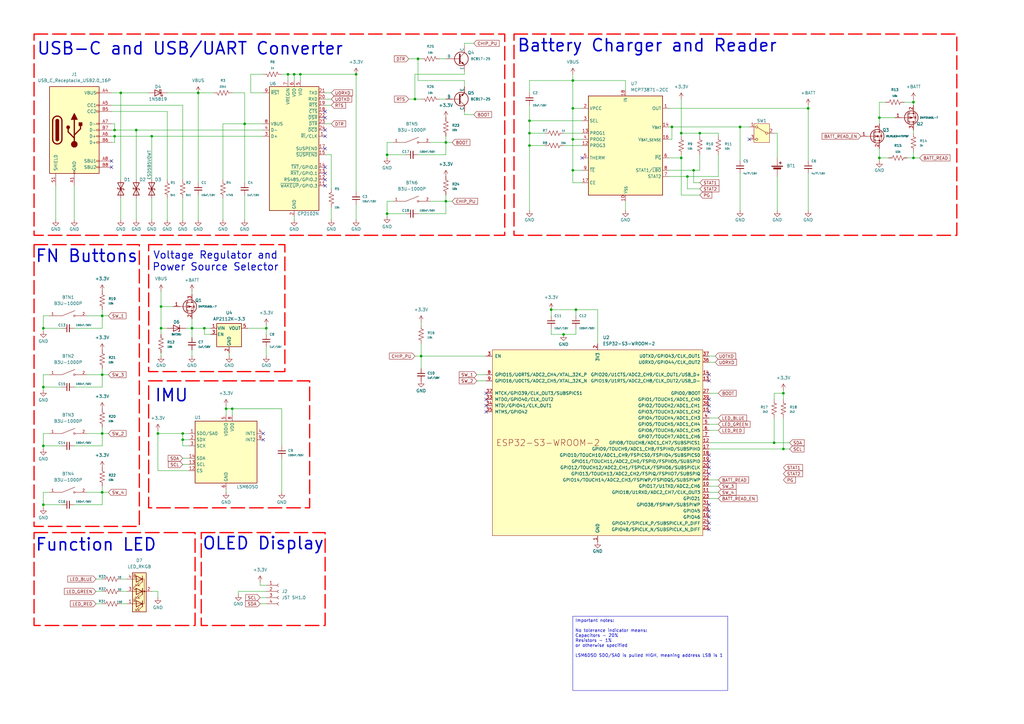
<source format=kicad_sch>
(kicad_sch (version 20250114) (generator "eeschema") (generator_version "9.0")
  (paper "A3")
  (title_block (title "IMU-RC Hand Unit V2") (date "2025-06-27") (rev "1") (company "ESTG-IPL"))
  (rectangle (start 60.96 100.33) (end 116.84 152.4) (stroke (width 0.508) (type dash) (color 255 0 0 1)))
  (rectangle (start 13.97 218.44) (end 80.01 256.54) (stroke (width 0.508) (type dash) (color 255 0 0 1)))
  (rectangle (start 210.82 13.97) (end 392.43 96.52) (stroke (width 0.508) (type dash) (color 255 0 0 1)))
  (rectangle (start 60.96 156.21) (end 127 208.28) (stroke (width 0.508) (type dash) (color 255 0 0 1)))
  (rectangle (start 13.97 13.97) (end 207.01 96.52) (stroke (width 0.508) (type dash) (color 255 0 0 1)))
  (rectangle (start 13.97 100.33) (end 57.15 215.9) (stroke (width 0.508) (type dash) (color 255 0 0 1)))
  (rectangle (start 82.55 218.44) (end 133.35 256.54) (stroke (width 0.508) (type dash) (color 255 0 0 1)))
  (text "Voltage Regulator and\nPower Source Selector\n" (at 88.392 107.188 0) (effects (font (size 3 3) (thickness 0.375))))
  (text "Battery Charger and Reader\n" (at 265.43 18.796 0) (effects (font (size 5 5) (thickness 0.625))))
  (text "FN Buttons\n" (at 35.56 105.156 0) (effects (font (size 5 5) (thickness 0.625))))
  (text "USB-C and USB/UART Converter" (at 77.978 20.066 0) (effects (font (size 5 5) (thickness 0.625))))
  (text "IMU" (at 70.358 162.306 0) (effects (font (size 5 5) (thickness 0.625))))
  (text "OLED Display\n" (at 107.95 223.012 0) (effects (font (size 5 5) (thickness 0.625))))
  (text "Function LED\n" (at 39.37 223.52 0) (effects (font (size 5 5) (thickness 0.625))))
  (text_box "Important notes:\n\nNo tolerance indicator means:\nCapacitors - 20%\nResistors - 1%\nor otherwise specified\n\nLSM6DSO SDO/SA0 is pulled HIGH, meaning address LSB is 1" (at 234.95 252.73 0) (size 63.5 30.48) (margins 0.9525 0.9525 0.9525 0.9525) (effects (font (size 1.27 1.27) (thickness 0.1588)) (justify left top)))
  (junction (at 287.02 54.61))
  (junction (at 234.95 69.85))
  (junction (at 331.47 44.45))
  (junction (at 374.65 64.77))
  (junction (at 317.5 181.61))
  (junction (at 170.18 40.64))
  (junction (at 41.91 177.8))
  (junction (at 281.94 72.39))
  (junction (at 171.45 24.13))
  (junction (at 17.78 182.88))
  (junction (at 66.04 134.62))
  (junction (at 360.68 48.26))
  (junction (at 234.95 33.02))
  (junction (at 236.22 127))
  (junction (at 158.75 87.63))
  (junction (at 46.99 53.34))
  (junction (at 46.99 55.88))
  (junction (at 279.4 64.77))
  (junction (at 234.95 44.45))
  (junction (at 321.31 161.29))
  (junction (at 74.93 177.8))
  (junction (at 17.78 134.62))
  (junction (at 49.53 38.1))
  (junction (at 62.23 55.88))
  (junction (at 120.65 30.48))
  (junction (at 374.65 41.91))
  (junction (at 41.91 201.93))
  (junction (at 41.91 153.67))
  (junction (at 55.88 53.34))
  (junction (at 284.48 69.85))
  (junction (at 146.05 30.48))
  (junction (at 123.19 30.48))
  (junction (at 74.93 180.34))
  (junction (at 275.59 52.07))
  (junction (at 360.68 64.77))
  (junction (at 279.4 54.61))
  (junction (at 158.75 63.5))
  (junction (at 81.28 38.1))
  (junction (at 303.53 52.07))
  (junction (at 66.04 125.73))
  (junction (at 321.31 184.15))
  (junction (at 217.17 59.69))
  (junction (at 231.14 137.16))
  (junction (at 100.33 50.8))
  (junction (at 109.22 134.62))
  (junction (at 182.88 82.55))
  (junction (at 172.72 146.05))
  (junction (at 217.17 54.61))
  (junction (at 95.25 167.64))
  (junction (at 41.91 129.54))
  (junction (at 217.17 49.53))
  (junction (at 64.77 177.8))
  (junction (at 226.06 127))
  (junction (at 17.78 158.75))
  (junction (at 78.74 134.62))
  (junction (at 92.71 167.64))
  (junction (at 234.95 57.15))
  (junction (at 17.78 207.01))
  (junction (at 118.11 30.48))
  (junction (at 83.82 134.62))
  (junction (at 182.88 58.42))
  (no_connect (at 133.35 55.88))
  (no_connect (at 199.39 161.29))
  (no_connect (at 45.72 68.58))
  (no_connect (at 133.35 71.12))
  (no_connect (at 290.83 212.09))
  (no_connect (at 290.83 153.67))
  (no_connect (at 45.72 66.04))
  (no_connect (at 290.83 194.31))
  (no_connect (at 290.83 156.21))
  (no_connect (at 290.83 166.37))
  (no_connect (at 199.39 163.83))
  (no_connect (at 133.35 48.26))
  (no_connect (at 107.95 177.8))
  (no_connect (at 290.83 191.77))
  (no_connect (at 133.35 76.2))
  (no_connect (at 133.35 68.58))
  (no_connect (at 290.83 214.63))
  (no_connect (at 290.83 209.55))
  (no_connect (at 133.35 60.96))
  (no_connect (at 238.76 64.77))
  (no_connect (at 290.83 163.83))
  (no_connect (at 133.35 73.66))
  (no_connect (at 133.35 45.72))
  (no_connect (at 290.83 168.91))
  (no_connect (at 199.39 168.91))
  (no_connect (at 307.34 57.15))
  (no_connect (at 133.35 53.34))
  (no_connect (at 290.83 189.23))
  (no_connect (at 290.83 186.69))
  (no_connect (at 290.83 207.01))
  (no_connect (at 199.39 166.37))
  (no_connect (at 107.95 180.34))
  (no_connect (at 290.83 217.17))
  (wire (pts (xy 102.87 30.48) (xy 107.95 30.48)))
  (wire (pts (xy 41.91 134.62) (xy 41.91 129.54)))
  (wire (pts (xy 374.65 41.91) (xy 374.65 43.18)))
  (wire (pts (xy 290.83 176.53) (xy 294.64 176.53)))
  (wire (pts (xy 331.47 71.12) (xy 331.47 86.36)))
  (wire (pts (xy 92.71 166.37) (xy 92.71 167.64)))
  (wire (pts (xy 44.45 177.8) (xy 41.91 177.8)))
  (wire (pts (xy 217.17 43.18) (xy 217.17 49.53)))
  (wire (pts (xy 45.72 38.1) (xy 49.53 38.1)))
  (wire (pts (xy 17.78 158.75) (xy 17.78 153.67)))
  (wire (pts (xy 120.65 30.48) (xy 118.11 30.48)))
  (wire (pts (xy 123.19 30.48) (xy 146.05 30.48)))
  (wire (pts (xy 35.56 201.93) (xy 41.91 201.93)))
  (wire (pts (xy 158.75 87.63) (xy 158.75 82.55)))
  (wire (pts (xy 109.22 133.35) (xy 109.22 134.62)))
  (wire (pts (xy 123.19 30.48) (xy 123.19 33.02)))
  (wire (pts (xy 17.78 182.88) (xy 25.4 182.88)))
  (wire (pts (xy 238.76 74.93) (xy 234.95 74.93)))
  (wire (pts (xy 190.5 35.56) (xy 190.5 33.02)))
  (wire (pts (xy 64.77 177.8) (xy 74.93 177.8)))
  (wire (pts (xy 91.44 50.8) (xy 91.44 73.66)))
  (wire (pts (xy 49.53 242.57) (xy 52.07 242.57)))
  (wire (pts (xy 92.71 170.18) (xy 92.71 167.64)))
  (wire (pts (xy 17.78 134.62) (xy 17.78 129.54)))
  (wire (pts (xy 303.53 71.12) (xy 303.53 86.36)))
  (wire (pts (xy 41.91 175.26) (xy 41.91 177.8)))
  (wire (pts (xy 17.78 129.54) (xy 20.32 129.54)))
  (wire (pts (xy 74.93 177.8) (xy 74.93 180.34)))
  (wire (pts (xy 182.88 80.01) (xy 182.88 82.55)))
  (wire (pts (xy 64.77 177.8) (xy 64.77 193.04)))
  (wire (pts (xy 74.93 177.8) (xy 77.47 177.8)))
  (wire (pts (xy 120.65 88.9) (xy 120.65 90.17)))
  (wire (pts (xy 83.82 134.62) (xy 86.36 134.62)))
  (wire (pts (xy 17.78 158.75) (xy 25.4 158.75)))
  (wire (pts (xy 290.83 161.29) (xy 294.64 161.29)))
  (wire (pts (xy 256.54 33.02) (xy 256.54 36.83)))
  (wire (pts (xy 360.68 48.26) (xy 367.03 48.26)))
  (wire (pts (xy 100.33 50.8) (xy 107.95 50.8)))
  (wire (pts (xy 303.53 52.07) (xy 307.34 52.07)))
  (wire (pts (xy 62.23 55.88) (xy 107.95 55.88)))
  (wire (pts (xy 281.94 72.39) (xy 294.64 72.39)))
  (wire (pts (xy 318.77 54.61) (xy 318.77 64.77)))
  (wire (pts (xy 41.91 182.88) (xy 41.91 177.8)))
  (wire (pts (xy 66.04 134.62) (xy 66.04 137.16)))
  (wire (pts (xy 30.48 76.2) (xy 30.48 90.17)))
  (wire (pts (xy 100.33 38.1) (xy 100.33 50.8)))
  (wire (pts (xy 274.32 44.45) (xy 331.47 44.45)))
  (wire (pts (xy 321.31 161.29) (xy 317.5 161.29)))
  (wire (pts (xy 172.72 140.97) (xy 172.72 146.05)))
  (wire (pts (xy 290.83 148.59) (xy 293.37 148.59)))
  (wire (pts (xy 102.87 38.1) (xy 102.87 30.48)))
  (wire (pts (xy 170.18 40.64) (xy 172.72 40.64)))
  (wire (pts (xy 374.65 40.64) (xy 374.65 41.91)))
  (wire (pts (xy 281.94 72.39) (xy 281.94 77.47)))
  (wire (pts (xy 66.04 125.73) (xy 71.12 125.73)))
  (wire (pts (xy 109.22 134.62) (xy 101.6 134.62)))
  (wire (pts (xy 217.17 59.69) (xy 223.52 59.69)))
  (wire (pts (xy 279.4 55.88) (xy 279.4 54.61)))
  (wire (pts (xy 360.68 64.77) (xy 360.68 66.04)))
  (wire (pts (xy 321.31 160.02) (xy 321.31 161.29)))
  (wire (pts (xy 46.99 55.88) (xy 46.99 58.42)))
  (wire (pts (xy 81.28 38.1) (xy 87.63 38.1)))
  (wire (pts (xy 30.48 158.75) (xy 41.91 158.75)))
  (wire (pts (xy 66.04 119.38) (xy 66.04 125.73)))
  (wire (pts (xy 97.79 242.57) (xy 109.22 242.57)))
  (wire (pts (xy 275.59 57.15) (xy 275.59 52.07)))
  (wire (pts (xy 331.47 43.18) (xy 331.47 44.45)))
  (wire (pts (xy 170.18 30.48) (xy 170.18 40.64)))
  (wire (pts (xy 172.72 24.13) (xy 171.45 24.13)))
  (wire (pts (xy 49.53 247.65) (xy 52.07 247.65)))
  (wire (pts (xy 17.78 184.15) (xy 17.78 182.88)))
  (wire (pts (xy 287.02 54.61) (xy 287.02 55.88)))
  (wire (pts (xy 55.88 53.34) (xy 55.88 73.66)))
  (wire (pts (xy 226.06 127) (xy 226.06 129.54)))
  (wire (pts (xy 234.95 44.45) (xy 234.95 57.15)))
  (wire (pts (xy 374.65 53.34) (xy 374.65 54.61)))
  (wire (pts (xy 284.48 69.85) (xy 287.02 69.85)))
  (wire (pts (xy 39.37 247.65) (xy 41.91 247.65)))
  (wire (pts (xy 190.5 45.72) (xy 190.5 46.99)))
  (wire (pts (xy 133.35 38.1) (xy 135.89 38.1)))
  (wire (pts (xy 217.17 59.69) (xy 217.17 86.36)))
  (wire (pts (xy 45.72 53.34) (xy 46.99 53.34)))
  (wire (pts (xy 274.32 64.77) (xy 279.4 64.77)))
  (wire (pts (xy 133.35 50.8) (xy 135.89 50.8)))
  (wire (pts (xy 185.42 82.55) (xy 182.88 82.55)))
  (wire (pts (xy 190.5 17.78) (xy 194.31 17.78)))
  (wire (pts (xy 41.91 151.13) (xy 41.91 153.67)))
  (wire (pts (xy 185.42 58.42) (xy 182.88 58.42)))
  (wire (pts (xy 303.53 52.07) (xy 303.53 66.04)))
  (wire (pts (xy 236.22 129.54) (xy 236.22 127)))
  (wire (pts (xy 172.72 146.05) (xy 172.72 151.13)))
  (wire (pts (xy 231.14 59.69) (xy 238.76 59.69)))
  (wire (pts (xy 30.48 207.01) (xy 41.91 207.01)))
  (wire (pts (xy 35.56 177.8) (xy 41.91 177.8)))
  (wire (pts (xy 172.72 146.05) (xy 199.39 146.05)))
  (wire (pts (xy 17.78 160.02) (xy 17.78 158.75)))
  (wire (pts (xy 66.04 134.62) (xy 66.04 125.73)))
  (wire (pts (xy 331.47 66.04) (xy 331.47 44.45)))
  (wire (pts (xy 360.68 41.91) (xy 360.68 48.26)))
  (wire (pts (xy 17.78 201.93) (xy 20.32 201.93)))
  (wire (pts (xy 190.5 30.48) (xy 170.18 30.48)))
  (wire (pts (xy 109.22 142.24) (xy 109.22 146.05)))
  (wire (pts (xy 290.83 199.39) (xy 294.64 199.39)))
  (wire (pts (xy 55.88 53.34) (xy 107.95 53.34)))
  (wire (pts (xy 290.83 184.15) (xy 321.31 184.15)))
  (wire (pts (xy 360.68 64.77) (xy 364.49 64.77)))
  (wire (pts (xy 234.95 30.48) (xy 234.95 33.02)))
  (wire (pts (xy 363.22 41.91) (xy 360.68 41.91)))
  (wire (pts (xy 217.17 49.53) (xy 217.17 54.61)))
  (wire (pts (xy 17.78 177.8) (xy 20.32 177.8)))
  (wire (pts (xy 279.4 54.61) (xy 287.02 54.61)))
  (wire (pts (xy 17.78 208.28) (xy 17.78 207.01)))
  (wire (pts (xy 374.65 64.77) (xy 377.19 64.77)))
  (wire (pts (xy 68.58 45.72) (xy 68.58 73.66)))
  (wire (pts (xy 68.58 45.72) (xy 45.72 45.72)))
  (wire (pts (xy 274.32 69.85) (xy 284.48 69.85)))
  (wire (pts (xy 109.22 240.03) (xy 106.68 240.03)))
  (wire (pts (xy 180.34 40.64) (xy 182.88 40.64)))
  (wire (pts (xy 106.68 240.03) (xy 106.68 238.76)))
  (wire (pts (xy 91.44 81.28) (xy 91.44 90.17)))
  (wire (pts (xy 133.35 43.18) (xy 135.89 43.18)))
  (wire (pts (xy 86.36 137.16) (xy 83.82 137.16)))
  (wire (pts (xy 93.98 146.05) (xy 93.98 144.78)))
  (wire (pts (xy 290.83 201.93) (xy 294.64 201.93)))
  (wire (pts (xy 238.76 57.15) (xy 234.95 57.15)))
  (wire (pts (xy 146.05 83.82) (xy 146.05 90.17)))
  (wire (pts (xy 74.93 81.28) (xy 74.93 90.17)))
  (wire (pts (xy 287.02 77.47) (xy 281.94 77.47)))
  (wire (pts (xy 135.89 85.09) (xy 135.89 90.17)))
  (wire (pts (xy 321.31 161.29) (xy 321.31 163.83)))
  (wire (pts (xy 236.22 137.16) (xy 231.14 137.16)))
  (wire (pts (xy 66.04 134.62) (xy 68.58 134.62)))
  (wire (pts (xy 39.37 242.57) (xy 41.91 242.57)))
  (wire (pts (xy 115.57 167.64) (xy 95.25 167.64)))
  (wire (pts (xy 30.48 134.62) (xy 41.91 134.62)))
  (wire (pts (xy 64.77 193.04) (xy 77.47 193.04)))
  (wire (pts (xy 46.99 58.42) (xy 45.72 58.42)))
  (wire (pts (xy 45.72 55.88) (xy 46.99 55.88)))
  (wire (pts (xy 182.88 63.5) (xy 182.88 58.42)))
  (wire (pts (xy 74.93 182.88) (xy 77.47 182.88)))
  (wire (pts (xy 83.82 137.16) (xy 83.82 134.62)))
  (wire (pts (xy 374.65 64.77) (xy 374.65 62.23)))
  (wire (pts (xy 74.93 43.18) (xy 74.93 73.66)))
  (wire (pts (xy 234.95 33.02) (xy 256.54 33.02)))
  (wire (pts (xy 78.74 130.81) (xy 78.74 134.62)))
  (wire (pts (xy 100.33 50.8) (xy 100.33 74.93)))
  (wire (pts (xy 49.53 81.28) (xy 49.53 90.17)))
  (wire (pts (xy 44.45 129.54) (xy 41.91 129.54)))
  (wire (pts (xy 30.48 182.88) (xy 41.91 182.88)))
  (wire (pts (xy 170.18 146.05) (xy 172.72 146.05)))
  (wire (pts (xy 44.45 201.93) (xy 41.91 201.93)))
  (wire (pts (xy 106.68 247.65) (xy 109.22 247.65)))
  (wire (pts (xy 68.58 38.1) (xy 81.28 38.1)))
  (wire (pts (xy 46.99 50.8) (xy 45.72 50.8)))
  (wire (pts (xy 135.89 77.47) (xy 135.89 63.5)))
  (wire (pts (xy 76.2 134.62) (xy 78.74 134.62)))
  (wire (pts (xy 44.45 153.67) (xy 41.91 153.67)))
  (wire (pts (xy 284.48 74.93) (xy 284.48 69.85)))
  (wire (pts (xy 81.28 38.1) (xy 81.28 74.93)))
  (wire (pts (xy 287.02 69.85) (xy 287.02 63.5)))
  (wire (pts (xy 279.4 40.64) (xy 279.4 54.61)))
  (wire (pts (xy 78.74 119.38) (xy 78.74 120.65)))
  (wire (pts (xy 217.17 33.02) (xy 234.95 33.02)))
  (wire (pts (xy 118.11 30.48) (xy 115.57 30.48)))
  (wire (pts (xy 17.78 207.01) (xy 17.78 201.93)))
  (wire (pts (xy 217.17 54.61) (xy 217.17 59.69)))
  (wire (pts (xy 182.88 55.88) (xy 182.88 58.42)))
  (wire (pts (xy 360.68 50.8) (xy 360.68 48.26)))
  (wire (pts (xy 39.37 237.49) (xy 41.91 237.49)))
  (wire (pts (xy 95.25 38.1) (xy 100.33 38.1)))
  (wire (pts (xy 135.89 63.5) (xy 133.35 63.5)))
  (wire (pts (xy 275.59 52.07) (xy 303.53 52.07)))
  (wire (pts (xy 17.78 182.88) (xy 17.78 177.8)))
  (wire (pts (xy 321.31 184.15) (xy 323.85 184.15)))
  (wire (pts (xy 171.45 33.02) (xy 171.45 24.13)))
  (wire (pts (xy 231.14 54.61) (xy 238.76 54.61)))
  (wire (pts (xy 41.91 207.01) (xy 41.91 201.93)))
  (wire (pts (xy 66.04 144.78) (xy 66.04 146.05)))
  (wire (pts (xy 68.58 81.28) (xy 68.58 90.17)))
  (wire (pts (xy 231.14 137.16) (xy 226.06 137.16)))
  (wire (pts (xy 41.91 199.39) (xy 41.91 201.93)))
  (wire (pts (xy 172.72 133.35) (xy 172.72 132.08)))
  (wire (pts (xy 49.53 38.1) (xy 60.96 38.1)))
  (wire (pts (xy 226.06 127) (xy 236.22 127)))
  (wire (pts (xy 78.74 138.43) (xy 78.74 134.62)))
  (wire (pts (xy 41.91 127) (xy 41.91 129.54)))
  (wire (pts (xy 167.64 40.64) (xy 170.18 40.64)))
  (wire (pts (xy 279.4 64.77) (xy 279.4 63.5)))
  (wire (pts (xy 133.35 40.64) (xy 135.89 40.64)))
  (wire (pts (xy 321.31 171.45) (xy 321.31 184.15)))
  (wire (pts (xy 81.28 80.01) (xy 81.28 90.17)))
  (wire (pts (xy 35.56 129.54) (xy 41.91 129.54)))
  (wire (pts (xy 77.47 180.34) (xy 74.93 180.34)))
  (wire (pts (xy 109.22 137.16) (xy 109.22 134.62)))
  (wire (pts (xy 274.32 57.15) (xy 275.59 57.15)))
  (wire (pts (xy 182.88 87.63) (xy 182.88 82.55)))
  (wire (pts (xy 120.65 33.02) (xy 120.65 30.48)))
  (wire (pts (xy 236.22 134.62) (xy 236.22 137.16)))
  (wire (pts (xy 100.33 80.01) (xy 100.33 90.17)))
  (wire (pts (xy 62.23 81.28) (xy 62.23 90.17)))
  (wire (pts (xy 167.64 24.13) (xy 171.45 24.13)))
  (wire (pts (xy 195.58 156.21) (xy 199.39 156.21)))
  (wire (pts (xy 290.83 146.05) (xy 293.37 146.05)))
  (wire (pts (xy 97.79 243.84) (xy 97.79 242.57)))
  (wire (pts (xy 64.77 176.53) (xy 64.77 177.8)))
  (wire (pts (xy 158.75 63.5) (xy 166.37 63.5)))
  (wire (pts (xy 294.64 55.88) (xy 294.64 54.61)))
  (wire (pts (xy 49.53 237.49) (xy 52.07 237.49)))
  (wire (pts (xy 115.57 182.88) (xy 115.57 167.64)))
  (wire (pts (xy 45.72 43.18) (xy 74.93 43.18)))
  (wire (pts (xy 146.05 30.48) (xy 146.05 78.74)))
  (wire (pts (xy 190.5 29.21) (xy 190.5 30.48)))
  (wire (pts (xy 22.86 76.2) (xy 22.86 90.17)))
  (wire (pts (xy 171.45 63.5) (xy 182.88 63.5)))
  (wire (pts (xy 41.91 158.75) (xy 41.91 153.67)))
  (wire (pts (xy 46.99 55.88) (xy 62.23 55.88)))
  (wire (pts (xy 62.23 55.88) (xy 62.23 73.66)))
  (wire (pts (xy 158.75 82.55) (xy 161.29 82.55)))
  (wire (pts (xy 17.78 134.62) (xy 25.4 134.62)))
  (wire (pts (xy 238.76 69.85) (xy 234.95 69.85)))
  (wire (pts (xy 64.77 242.57) (xy 62.23 242.57)))
  (wire (pts (xy 74.93 190.5) (xy 77.47 190.5)))
  (wire (pts (xy 290.83 181.61) (xy 317.5 181.61)))
  (wire (pts (xy 107.95 38.1) (xy 102.87 38.1)))
  (wire (pts (xy 78.74 143.51) (xy 78.74 146.05)))
  (wire (pts (xy 118.11 33.02) (xy 118.11 30.48)))
  (wire (pts (xy 370.84 41.91) (xy 374.65 41.91)))
  (wire (pts (xy 226.06 137.16) (xy 226.06 134.62)))
  (wire (pts (xy 217.17 49.53) (xy 238.76 49.53)))
  (wire (pts (xy 290.83 173.99) (xy 294.64 173.99)))
  (wire (pts (xy 234.95 44.45) (xy 234.95 33.02)))
  (wire (pts (xy 92.71 200.66) (xy 92.71 201.93)))
  (wire (pts (xy 92.71 167.64) (xy 95.25 167.64)))
  (wire (pts (xy 176.53 58.42) (xy 182.88 58.42)))
  (wire (pts (xy 74.93 187.96) (xy 77.47 187.96)))
  (wire (pts (xy 91.44 50.8) (xy 100.33 50.8)))
  (wire (pts (xy 190.5 33.02) (xy 171.45 33.02)))
  (wire (pts (xy 17.78 135.89) (xy 17.78 134.62)))
  (wire (pts (xy 274.32 52.07) (xy 275.59 52.07)))
  (wire (pts (xy 287.02 74.93) (xy 284.48 74.93)))
  (wire (pts (xy 74.93 180.34) (xy 74.93 182.88)))
  (wire (pts (xy 317.5 163.83) (xy 317.5 161.29)))
  (wire (pts (xy 190.5 17.78) (xy 190.5 19.05)))
  (wire (pts (xy 190.5 46.99) (xy 194.31 46.99)))
  (wire (pts (xy 176.53 82.55) (xy 182.88 82.55)))
  (wire (pts (xy 360.68 60.96) (xy 360.68 64.77)))
  (wire (pts (xy 294.64 54.61) (xy 287.02 54.61)))
  (wire (pts (xy 158.75 87.63) (xy 166.37 87.63)))
  (wire (pts (xy 158.75 88.9) (xy 158.75 87.63)))
  (wire (pts (xy 17.78 207.01) (xy 25.4 207.01)))
  (wire (pts (xy 171.45 87.63) (xy 182.88 87.63)))
  (wire (pts (xy 234.95 74.93) (xy 234.95 69.85)))
  (wire (pts (xy 17.78 153.67) (xy 20.32 153.67)))
  (wire (pts (xy 236.22 127) (xy 245.11 127)))
  (wire (pts (xy 238.76 44.45) (xy 234.95 44.45)))
  (wire (pts (xy 64.77 245.11) (xy 64.77 242.57)))
  (wire (pts (xy 158.75 64.77) (xy 158.75 63.5)))
  (wire (pts (xy 318.77 72.39) (xy 318.77 86.36)))
  (wire (pts (xy 294.64 72.39) (xy 294.64 63.5)))
  (wire (pts (xy 234.95 69.85) (xy 234.95 57.15)))
  (wire (pts (xy 290.83 171.45) (xy 294.64 171.45)))
  (wire (pts (xy 120.65 30.48) (xy 123.19 30.48)))
  (wire (pts (xy 158.75 63.5) (xy 158.75 58.42)))
  (wire (pts (xy 49.53 38.1) (xy 49.53 73.66)))
  (wire (pts (xy 115.57 187.96) (xy 115.57 201.93)))
  (wire (pts (xy 318.77 54.61) (xy 317.5 54.61)))
  (wire (pts (xy 290.83 196.85) (xy 294.64 196.85)))
  (wire (pts (xy 46.99 53.34) (xy 46.99 50.8)))
  (wire (pts (xy 287.02 80.01) (xy 279.4 80.01)))
  (wire (pts (xy 158.75 58.42) (xy 161.29 58.42)))
  (wire (pts (xy 290.83 204.47) (xy 294.64 204.47)))
  (wire (pts (xy 274.32 72.39) (xy 281.94 72.39)))
  (wire (pts (xy 245.11 127) (xy 245.11 140.97)))
  (wire (pts (xy 95.25 167.64) (xy 95.25 170.18)))
  (wire (pts (xy 317.5 181.61) (xy 323.85 181.61)))
  (wire (pts (xy 217.17 54.61) (xy 223.52 54.61)))
  (wire (pts (xy 46.99 53.34) (xy 55.88 53.34)))
  (wire (pts (xy 106.68 245.11) (xy 109.22 245.11)))
  (wire (pts (xy 55.88 81.28) (xy 55.88 90.17)))
  (wire (pts (xy 217.17 38.1) (xy 217.17 33.02)))
  (wire (pts (xy 35.56 153.67) (xy 41.91 153.67)))
  (wire (pts (xy 78.74 134.62) (xy 83.82 134.62)))
  (wire (pts (xy 279.4 80.01) (xy 279.4 64.77)))
  (wire (pts (xy 372.11 64.77) (xy 374.65 64.77)))
  (wire (pts (xy 317.5 181.61) (xy 317.5 171.45)))
  (wire (pts (xy 195.58 153.67) (xy 199.39 153.67)))
  (wire (pts (xy 180.34 24.13) (xy 182.88 24.13)))
  (wire (pts (xy 256.54 82.55) (xy 256.54 86.36)))
  (global_label "STAT1" (shape input) (at 287.02 74.93 0) (property "Intersheetrefs" "${INTERSHEET_REFS}" (effects (hide yes))))
  (global_label "BATT_READ" (shape input) (at 294.64 196.85 0) (property "Intersheetrefs" "${INTERSHEET_REFS}" (effects (hide yes))))
  (global_label "STAT2" (shape input) (at 321.31 194.31 0) (property "Intersheetrefs" "${INTERSHEET_REFS}" (effects (hide yes))))
  (global_label "SW_3" (shape input) (at 44.45 153.67 0) (property "Intersheetrefs" "${INTERSHEET_REFS}" (effects (hide yes))))
  (global_label "BOOT" (shape input) (at 185.42 58.42 0) (property "Intersheetrefs" "${INTERSHEET_REFS}" (effects (hide yes))))
  (global_label "BATT_READ" (shape input) (at 377.19 64.77 0) (property "Intersheetrefs" "${INTERSHEET_REFS}" (effects (hide yes))))
  (global_label "BATT_READ_EN" (shape input) (at 294.64 204.47 0) (property "Intersheetrefs" "${INTERSHEET_REFS}" (effects (hide yes))))
  (global_label "RTS" (shape input) (at 135.89 43.18 0) (property "Intersheetrefs" "${INTERSHEET_REFS}" (effects (hide yes))))
  (global_label "CHIP_PU" (shape input) (at 185.42 82.55 0) (property "Intersheetrefs" "${INTERSHEET_REFS}" (effects (hide yes))))
  (global_label "PG" (shape input) (at 287.02 80.01 0) (property "Intersheetrefs" "${INTERSHEET_REFS}" (effects (hide yes))))
  (global_label "SDA" (shape input) (at 323.85 181.61 0) (property "Intersheetrefs" "${INTERSHEET_REFS}" (effects (hide yes))))
  (global_label "LED_BLUE" (shape input) (at 294.64 171.45 0) (property "Intersheetrefs" "${INTERSHEET_REFS}" (effects (hide yes))))
  (global_label "CHIP_PU" (shape input) (at 170.18 146.05 180) (property "Intersheetrefs" "${INTERSHEET_REFS}" (effects (hide yes))))
  (global_label "STAT2" (shape input) (at 287.02 77.47 0) (property "Intersheetrefs" "${INTERSHEET_REFS}" (effects (hide yes))))
  (global_label "RTS" (shape input) (at 167.64 40.64 180) (property "Intersheetrefs" "${INTERSHEET_REFS}" (effects (hide yes))))
  (global_label "SCL" (shape input) (at 74.93 190.5 180) (property "Intersheetrefs" "${INTERSHEET_REFS}" (effects (hide yes))))
  (global_label "SW_2" (shape input) (at 195.58 156.21 180) (property "Intersheetrefs" "${INTERSHEET_REFS}" (effects (hide yes))))
  (global_label "SCL" (shape input) (at 323.85 184.15 0) (property "Intersheetrefs" "${INTERSHEET_REFS}" (effects (hide yes))))
  (global_label "SDA" (shape input) (at 106.68 247.65 180) (property "Intersheetrefs" "${INTERSHEET_REFS}" (effects (hide yes))))
  (global_label "SW_1" (shape input) (at 195.58 153.67 180) (property "Intersheetrefs" "${INTERSHEET_REFS}" (effects (hide yes))))
  (global_label "LED_RED" (shape input) (at 39.37 247.65 180) (property "Intersheetrefs" "${INTERSHEET_REFS}" (effects (hide yes))))
  (global_label "SW_1" (shape input) (at 44.45 129.54 0) (property "Intersheetrefs" "${INTERSHEET_REFS}" (effects (hide yes))))
  (global_label "LED_BLUE" (shape input) (at 39.37 237.49 180) (property "Intersheetrefs" "${INTERSHEET_REFS}" (effects (hide yes))))
  (global_label "DTR" (shape input) (at 167.64 24.13 180) (property "Intersheetrefs" "${INTERSHEET_REFS}" (effects (hide yes))))
  (global_label "BOOT" (shape input) (at 294.64 161.29 0) (property "Intersheetrefs" "${INTERSHEET_REFS}" (effects (hide yes))))
  (global_label "U0RXD" (shape input) (at 293.37 148.59 0) (property "Intersheetrefs" "${INTERSHEET_REFS}" (effects (hide yes))))
  (global_label "U0TXD" (shape input) (at 293.37 146.05 0) (property "Intersheetrefs" "${INTERSHEET_REFS}" (effects (hide yes))))
  (global_label "SDA" (shape input) (at 74.93 187.96 180) (property "Intersheetrefs" "${INTERSHEET_REFS}" (effects (hide yes))))
  (global_label "LED_GREEN" (shape input) (at 294.64 173.99 0) (property "Intersheetrefs" "${INTERSHEET_REFS}" (effects (hide yes))))
  (global_label "SW_3" (shape input) (at 294.64 199.39 0) (property "Intersheetrefs" "${INTERSHEET_REFS}" (effects (hide yes))))
  (global_label "U0RXD" (shape input) (at 135.89 38.1 0) (property "Intersheetrefs" "${INTERSHEET_REFS}" (effects (hide yes))))
  (global_label "LED_RED" (shape input) (at 294.64 176.53 0) (property "Intersheetrefs" "${INTERSHEET_REFS}" (effects (hide yes))))
  (global_label "BATT_READ_EN" (shape input) (at 353.06 55.88 180) (property "Intersheetrefs" "${INTERSHEET_REFS}" (effects (hide yes))))
  (global_label "SW_2" (shape input) (at 44.45 177.8 0) (property "Intersheetrefs" "${INTERSHEET_REFS}" (effects (hide yes))))
  (global_label "SW_4" (shape input) (at 44.45 201.93 0) (property "Intersheetrefs" "${INTERSHEET_REFS}" (effects (hide yes))))
  (global_label "DTR" (shape input) (at 135.89 50.8 0) (property "Intersheetrefs" "${INTERSHEET_REFS}" (effects (hide yes))))
  (global_label "U0TXD" (shape input) (at 135.89 40.64 0) (property "Intersheetrefs" "${INTERSHEET_REFS}" (effects (hide yes))))
  (global_label "STAT1" (shape input) (at 321.31 191.77 0) (property "Intersheetrefs" "${INTERSHEET_REFS}" (effects (hide yes))))
  (global_label "SCL" (shape input) (at 106.68 245.11 180) (property "Intersheetrefs" "${INTERSHEET_REFS}" (effects (hide yes))))
  (global_label "LED_GREEN" (shape input) (at 39.37 242.57 180) (property "Intersheetrefs" "${INTERSHEET_REFS}" (effects (hide yes))))
  (global_label "PG" (shape input) (at 321.31 196.85 0) (property "Intersheetrefs" "${INTERSHEET_REFS}" (effects (hide yes))))
  (global_label "SW_4" (shape input) (at 294.64 201.93 0) (property "Intersheetrefs" "${INTERSHEET_REFS}" (effects (hide yes))))
  (global_label "BOOT" (shape input) (at 194.31 46.99 0) (property "Intersheetrefs" "${INTERSHEET_REFS}" (effects (hide yes))))
  (global_label "CHIP_PU" (shape input) (at 194.31 17.78 0) (property "Intersheetrefs" "${INTERSHEET_REFS}" (effects (hide yes))))
  (symbol (lib_id "power:GND") (at 74.93 90.17 0) (unit 1)
    (property "Reference" "#PWR036" (effects (hide yes)))
    (property "Value" "GND" (at 74.93 93.98 0))
    (property "Description" "Power symbol creates a global label with name \"GND\" , ground" (effects (hide yes)))
  )
  (symbol (lib_id "Device:C_Small") (at 146.05 81.28 180) (unit 1)
    (property "Reference" "C3" (at 148.59 80.6386 0) (effects (font (size 1 1)) (justify right)))
    (property "Value" "10uF/16V" (at 148.59 82.5435 0) (effects (font (size 0.75 0.75)) (justify right)))
    (property "Footprint" "Capacitor_SMD:C_0805_2012Metric" (effects (hide yes)))
  )
  (symbol (lib_id "power:+3.3V") (at 92.71 166.37 0) (unit 1)
    (property "Reference" "#PWR059" (effects (hide yes)))
    (property "Value" "+3.3V" (at 92.71 161.29 0))
    (property "Description" "Power symbol creates a global label with name \"+3.3V\"" (effects (hide yes)))
  )
  (symbol (lib_id "power:VBUS") (at 279.4 40.64 0) (unit 1)
    (property "Reference" "#PWR043" (effects (hide yes)))
    (property "Value" "+3.3V" (at 279.4 35.56 0))
    (property "Description" "Power symbol creates a global label with name \"VBUS\"" (effects (hide yes)))
  )
  (symbol (lib_id "power:GND") (at 217.17 86.36 0) (unit 1)
    (property "Reference" "#PWR042" (effects (hide yes)))
    (property "Value" "GND" (at 217.17 90.17 0))
    (property "Description" "Power symbol creates a global label with name \"GND\" , ground" (effects (hide yes)))
  )
  (symbol (lib_id "power:GND") (at 68.58 90.17 0) (unit 1)
    (property "Reference" "#PWR032" (effects (hide yes)))
    (property "Value" "GND" (at 68.58 93.98 0))
    (property "Description" "Power symbol creates a global label with name \"GND\" , ground" (effects (hide yes)))
  )
  (symbol (lib_id "Device:C_Small") (at 331.47 68.58 0) (unit 1)
    (property "Reference" "C6" (at 332.74 66.04 0) (effects (font (size 1 1)) (justify left)))
    (property "Value" "4u7F/16V" (at 332.74 71.12 0) (effects (font (size 0.75 0.75)) (justify left)))
    (property "Footprint" "Capacitor_SMD:C_0805_2012Metric" (effects (hide yes)))
  )
  (symbol (lib_id "power:GND") (at 115.57 201.93 0) (unit 1)
    (property "Reference" "#PWR026" (effects (hide yes)))
    (property "Value" "GND" (at 115.57 205.994 0))
    (property "Description" "Power symbol creates a global label with name \"GND\" , ground" (effects (hide yes)))
  )
  (symbol (lib_id "power:GND") (at 146.05 90.17 0) (unit 1)
    (property "Reference" "#PWR041" (effects (hide yes)))
    (property "Value" "GND" (at 146.05 93.98 0))
    (property "Description" "Power symbol creates a global label with name \"GND\" , ground" (effects (hide yes)))
  )
  (symbol (lib_id "Device:C_Small") (at 27.94 207.01 90) (mirror x) (unit 1)
    (property "Reference" "C16" (at 25.4 205.74 90) (effects (font (size 1 1))))
    (property "Value" "100nF/50V" (at 34.29 205.74 90) (effects (font (size 0.75 0.75))))
    (property "Footprint" "Capacitor_SMD:C_0805_2012Metric" (effects (hide yes)))
  )
  (symbol (lib_id "power:+3.3V") (at 64.77 176.53 0) (unit 1)
    (property "Reference" "#PWR046" (effects (hide yes)))
    (property "Value" "+3.3V" (at 64.77 171.45 0))
    (property "Description" "Power symbol creates a global label with name \"+3.3V\"" (effects (hide yes)))
  )
  (symbol (lib_id "power:GND") (at 318.77 86.36 0) (unit 1)
    (property "Reference" "#PWR060" (effects (hide yes)))
    (property "Value" "GND" (at 318.77 90.17 0))
    (property "Description" "Power symbol creates a global label with name \"GND\" , ground" (effects (hide yes)))
  )
  (symbol (lib_id "power:GND") (at 62.23 90.17 0) (unit 1)
    (property "Reference" "#PWR031" (effects (hide yes)))
    (property "Value" "GND" (at 62.23 93.98 0))
    (property "Description" "Power symbol creates a global label with name \"GND\" , ground" (effects (hide yes)))
  )
  (symbol (lib_id "power:GND") (at 360.68 66.04 0) (unit 1)
    (property "Reference" "#PWR021" (effects (hide yes)))
    (property "Value" "GND" (at 360.68 69.85 0))
    (property "Description" "Power symbol creates a global label with name \"GND\" , ground" (effects (hide yes)))
  )
  (symbol (lib_id "Device:LED_RKGB") (at 57.15 242.57 180) (unit 1)
    (property "Reference" "D7" (at 57.15 229.87 0))
    (property "Value" "LED_RKGB" (at 57.15 232.41 0))
    (property "Footprint" "IMURCLibrary:LED_D5.0mm-4_RKGB" (effects (hide yes)))
    (property "Description" "RGB LED, red/cathode/green/blue" (effects (hide yes)))
  )
  (symbol (lib_id "B3U-1000P:B3U-1000P") (at 27.94 129.54 0) (unit 1)
    (property "Reference" "BTN1" (at 27.94 121.92 0))
    (property "Value" "B3U-1000P" (at 27.94 124.46 0))
    (property "Footprint" "Button_Switch_SMD:SW_SPST_PTS647_Sx50" (effects (hide yes)))
    (property "MF" "Omron" (effects (hide yes)))
    (property "DESCRIPTION" "Tactile Switch SPST-NO Top Actuated Surface Mount" (effects (hide yes)))
    (property "PACKAGE" "None" (effects (hide yes)))
    (property "PRICE" "None" (effects (hide yes)))
    (property "MP" "B3U-1000P" (effects (hide yes)))
    (property "AVAILABILITY" "Unavailable" (effects (hide yes)))
  )
  (symbol (lib_id "Device:R_US") (at 279.4 59.69 0) (unit 1)
    (property "Reference" "R9" (at 281.94 59.055 0) (effects (font (size 1 1)) (justify left)))
    (property "Value" "10k" (at 281.94 60.9599 0) (effects (font (size 0.75 0.75)) (justify left)))
    (property "Footprint" "Resistor_SMD:R_0805_2012Metric" (effects (hide yes)))
  )
  (symbol (lib_id "power:+3.3V") (at 172.72 132.08 0) (unit 1)
    (property "Reference" "#PWR024" (effects (hide yes)))
    (property "Value" "+3.3V" (at 172.72 127 0))
    (property "Description" "Power symbol creates a global label with name \"+3.3V\"" (effects (hide yes)))
  )
  (symbol (lib_id "power:GND") (at 49.53 90.17 0) (unit 1)
    (property "Reference" "#PWR013" (effects (hide yes)))
    (property "Value" "GND" (at 49.53 93.98 0))
    (property "Description" "Power symbol creates a global label with name \"GND\" , ground" (effects (hide yes)))
  )
  (symbol (lib_id "Device:R_US") (at 317.5 167.64 0) (unit 1)
    (property "Reference" "R17" (at 314.96 167.005 0) (effects (font (size 1 1)) (justify right)))
    (property "Value" "2k2" (at 314.96 168.9099 0) (effects (font (size 0.75 0.75)) (justify right)))
    (property "Footprint" "Resistor_SMD:R_0805_2012Metric" (effects (hide yes)))
  )
  (symbol (lib_id "Device:C_Small") (at 217.17 40.64 0) (unit 1)
    (property "Reference" "C2" (at 218.44 38.1 0) (effects (font (size 1 1)) (justify left)))
    (property "Value" "10uF/16V" (at 218.44 43.18 0) (effects (font (size 0.75 0.75)) (justify left)))
    (property "Footprint" "Capacitor_SMD:C_0805_2012Metric" (effects (hide yes)))
  )
  (symbol (lib_id "Device:C_Small") (at 100.33 77.47 0) (unit 1)
    (property "Reference" "C4" (at 101.6 74.93 0) (effects (font (size 1 1)) (justify left)))
    (property "Value" "1uF/16V" (at 101.346 80.01 0) (effects (font (size 0.75 0.75)) (justify left)))
    (property "Footprint" "Capacitor_SMD:C_0805_2012Metric" (effects (hide yes)))
  )
  (symbol (lib_id "Device:R_US") (at 294.64 59.69 0) (unit 1)
    (property "Reference" "R11" (at 297.18 59.055 0) (effects (font (size 1 1)) (justify left)))
    (property "Value" "10k" (at 297.18 60.9599 0) (effects (font (size 0.75 0.75)) (justify left)))
    (property "Footprint" "Resistor_SMD:R_0805_2012Metric" (effects (hide yes)))
  )
  (symbol (lib_id "power:+3.3V") (at 146.05 30.48 0) (unit 1)
    (property "Reference" "#PWR040" (effects (hide yes)))
    (property "Value" "+3.3V" (at 146.05 25.4 0))
    (property "Description" "Power symbol creates a global label with name \"+3.3V\"" (effects (hide yes)))
  )
  (symbol (lib_id "Device:R_US") (at 41.91 171.45 180) (unit 1)
    (property "Reference" "R20" (at 44.45 170.815 0) (effects (font (size 1 1)) (justify right)))
    (property "Value" "10k" (at 44.45 172.7199 0) (effects (font (size 0.75 0.75)) (justify right)))
    (property "Footprint" "Resistor_SMD:R_0805_2012Metric" (effects (hide yes)))
  )
  (symbol (lib_id "power:+BATT") (at 374.65 40.64 0) (unit 1)
    (property "Reference" "#PWR022" (effects (hide yes)))
    (property "Value" "+BATT" (at 374.65 35.56 0))
    (property "Description" "Power symbol creates a global label with name \"+BATT\"" (effects (hide yes)))
  )
  (symbol (lib_id "Device:C_Small") (at 109.22 139.7 0) (unit 1)
    (property "Reference" "C8" (at 110.49 137.16 0) (effects (font (size 1 1)) (justify left)))
    (property "Value" "1uF/16V" (at 110.49 142.24 0) (effects (font (size 0.75 0.75)) (justify left)))
    (property "Footprint" "Capacitor_SMD:C_0805_2012Metric" (effects (hide yes)))
  )
  (symbol (lib_id "B3U-1000P:B3U-1000P") (at 27.94 201.93 0) (unit 1)
    (property "Reference" "BTN4" (at 27.94 194.31 0))
    (property "Value" "B3U-1000P" (at 27.94 196.85 0))
    (property "Footprint" "Button_Switch_SMD:SW_SPST_PTS647_Sx50" (effects (hide yes)))
    (property "MF" "Omron" (effects (hide yes)))
    (property "DESCRIPTION" "Tactile Switch SPST-NO Top Actuated Surface Mount" (effects (hide yes)))
    (property "PACKAGE" "None" (effects (hide yes)))
    (property "PRICE" "None" (effects (hide yes)))
    (property "MP" "B3U-1000P" (effects (hide yes)))
    (property "AVAILABILITY" "Unavailable" (effects (hide yes)))
  )
  (symbol (lib_id "Device:R_US") (at 66.04 140.97 180) (unit 1)
    (property "Reference" "R12" (at 68.58 140.335 0) (effects (font (size 1 1)) (justify right)))
    (property "Value" "10k" (at 68.58 142.2399 0) (effects (font (size 0.75 0.75)) (justify right)))
    (property "Footprint" "Resistor_SMD:R_0805_2012Metric" (effects (hide yes)))
  )
  (symbol (lib_id "power:+3.3V") (at 106.68 238.76 0) (unit 1)
    (property "Reference" "#PWR056" (effects (hide yes)))
    (property "Value" "+3.3V" (at 106.68 233.68 0))
    (property "Description" "Power symbol creates a global label with name \"+3.3V\"" (effects (hide yes)))
  )
  (symbol (lib_id "power:VBUS") (at 66.04 119.38 0) (unit 1)
    (property "Reference" "#PWR08" (effects (hide yes)))
    (property "Value" "VBUS" (at 66.04 114.3 0))
    (property "Description" "Power symbol creates a global label with name \"VBUS\"" (effects (hide yes)))
  )
  (symbol (lib_id "Device:R_US") (at 176.53 24.13 90) (mirror x) (unit 1)
    (property "Reference" "R25" (at 176.53 19.05 90) (effects (font (size 1 1))))
    (property "Value" "10k" (at 176.53 21.59 90) (effects (font (size 0.75 0.75))))
    (property "Footprint" "Resistor_SMD:R_0805_2012Metric" (effects (hide yes)))
  )
  (symbol (lib_id "power:GND") (at 231.14 137.16 0) (unit 1)
    (property "Reference" "#PWR019" (effects (hide yes)))
    (property "Value" "GND" (at 231.14 141.224 0))
    (property "Description" "Power symbol creates a global label with name \"GND\" , ground" (effects (hide yes)))
  )
  (symbol (lib_id "Device:D_TVS") (at 55.88 77.47 90) (unit 1)
    (property "Reference" "D2" (at 57.15 73.66 90) (effects (justify right)))
    (property "Value" "ESD5B5V0WT" (effects (hide yes)))
    (property "Footprint" "Diode_SMD:D_SOD-523" (effects (hide yes)))
  )
  (symbol (lib_id "power:GND") (at 81.28 90.17 0) (unit 1)
    (property "Reference" "#PWR037" (effects (hide yes)))
    (property "Value" "GND" (at 81.28 93.98 0))
    (property "Description" "Power symbol creates a global label with name \"GND\" , ground" (effects (hide yes)))
  )
  (symbol (lib_id "Device:R_US") (at 176.53 40.64 90) (mirror x) (unit 1)
    (property "Reference" "R26" (at 176.53 35.56 90) (effects (font (size 1 1))))
    (property "Value" "10k" (at 176.53 38.1 90) (effects (font (size 0.75 0.75))))
    (property "Footprint" "Resistor_SMD:R_0805_2012Metric" (effects (hide yes)))
  )
  (symbol (lib_id "Device:R_US") (at 227.33 59.69 270) (unit 1)
    (property "Reference" "R8" (at 223.52 58.674 90) (effects (font (size 1 1))))
    (property "Value" "20k" (at 231.14 58.674 90) (effects (font (size 0.75 0.75))))
    (property "Footprint" "Resistor_SMD:R_0805_2012Metric" (effects (hide yes)))
  )
  (symbol (lib_id "power:+3.3V") (at 41.91 119.38 0) (unit 1)
    (property "Reference" "#PWR047" (effects (hide yes)))
    (property "Value" "+3.3V" (at 41.91 114.3 0))
    (property "Description" "Power symbol creates a global label with name \"+3.3V\"" (effects (hide yes)))
  )
  (symbol (lib_id "B3U-1000P:B3U-1000P") (at 27.94 153.67 0) (unit 1)
    (property "Reference" "BTN2" (at 27.94 146.05 0))
    (property "Value" "B3U-1000P" (at 27.94 148.59 0))
    (property "Footprint" "Button_Switch_SMD:SW_SPST_PTS647_Sx50" (effects (hide yes)))
    (property "MF" "Omron" (effects (hide yes)))
    (property "DESCRIPTION" "Tactile Switch SPST-NO Top Actuated Surface Mount" (effects (hide yes)))
    (property "PACKAGE" "None" (effects (hide yes)))
    (property "PRICE" "None" (effects (hide yes)))
    (property "MP" "B3U-1000P" (effects (hide yes)))
    (property "AVAILABILITY" "Unavailable" (effects (hide yes)))
  )
  (symbol (lib_id "Device:R_US") (at 91.44 77.47 180) (unit 1)
    (property "Reference" "R4" (at 92.71 74.93 0) (effects (font (size 1 1)) (justify right)))
    (property "Value" "47k5" (at 92.71 80.01 0) (effects (font (size 0.75 0.75)) (justify right)))
    (property "Footprint" "Resistor_SMD:R_0805_2012Metric" (effects (hide yes)))
  )
  (symbol (lib_id "Transistor_FET:AO3400A") (at 358.14 55.88 0) (unit 1)
    (property "Reference" "Q3" (at 361.95 53.34 0) (effects (justify left)))
    (property "Value" "IRLML6344TRPBF" (at 363.22 55.88 0) (effects (font (size 0.75 0.75)) (justify left)))
    (property "Footprint" "Package_TO_SOT_SMD:SOT-23" (effects (hide yes)))
    (property "Datasheet" "http://www.aosmd.com/pdfs/datasheet/AO3400A.pdf" (effects (hide yes)))
    (property "Description" "30V Vds, 5.7A Id, N-Channel MOSFET, SOT-23" (effects (hide yes)))
  )
  (symbol (lib_id "B3U-1000P:B3U-1000P") (at 27.94 177.8 0) (unit 1)
    (property "Reference" "BTN3" (at 27.94 170.18 0))
    (property "Value" "B3U-1000P" (at 27.94 172.72 0))
    (property "Footprint" "Button_Switch_SMD:SW_SPST_PTS647_Sx50" (effects (hide yes)))
    (property "MF" "Omron" (effects (hide yes)))
    (property "DESCRIPTION" "Tactile Switch SPST-NO Top Actuated Surface Mount" (effects (hide yes)))
    (property "PACKAGE" "None" (effects (hide yes)))
    (property "PRICE" "None" (effects (hide yes)))
    (property "MP" "B3U-1000P" (effects (hide yes)))
    (property "AVAILABILITY" "Unavailable" (effects (hide yes)))
  )
  (symbol (lib_id "Device:R_US") (at 368.3 64.77 270) (unit 1)
    (property "Reference" "R15" (at 368.3 59.69 90) (effects (font (size 1 1))))
    (property "Value" "11k" (at 368.3 62.23 90) (effects (font (size 0.75 0.75))))
    (property "Footprint" "Resistor_SMD:R_0805_2012Metric" (effects (hide yes)))
  )
  (symbol (lib_id "power:GND") (at 17.78 184.15 0) (unit 1)
    (property "Reference" "#PWR052" (effects (hide yes)))
    (property "Value" "GND" (at 17.78 188.214 0))
    (property "Description" "Power symbol creates a global label with name \"GND\" , ground" (effects (hide yes)))
  )
  (symbol (lib_id "power:+3.3V") (at 182.88 48.26 0) (unit 1)
    (property "Reference" "#PWR048" (effects (hide yes)))
    (property "Value" "+3.3V" (at 182.88 43.18 0))
    (property "Description" "Power symbol creates a global label with name \"+3.3V\"" (effects (hide yes)))
  )
  (symbol (lib_id "Switch:SW_SPDT") (at 312.42 54.61 0) (mirror y) (unit 1)
    (property "Reference" "SW1" (at 312.42 49.53 0))
    (property "Value" "SW_SPDT" (effects (hide yes)))
    (property "Footprint" "Button_Switch_THT:SW_Slide_SPDT_Angled_CK_OS102011MA1Q" (effects (hide yes)))
    (property "Description" "Switch, single pole double throw" (effects (hide yes)))
  )
  (symbol (lib_id "Device:R_US") (at 68.58 77.47 180) (unit 1)
    (property "Reference" "R1" (at 69.85 74.93 0) (effects (font (size 1 1)) (justify right)))
    (property "Value" "5k1" (at 69.85 80.01 0) (effects (font (size 0.75 0.75)) (justify right)))
    (property "Footprint" "Resistor_SMD:R_0805_2012Metric" (effects (hide yes)))
  )
  (symbol (lib_id "Device:R_US") (at 91.44 38.1 270) (mirror x) (unit 1)
    (property "Reference" "R3" (at 91.44 33.02 90) (effects (font (size 1 1))))
    (property "Value" "22k1" (at 91.44 35.56 90) (effects (font (size 0.75 0.75))))
    (property "Footprint" "Resistor_SMD:R_0805_2012Metric" (effects (hide yes)))
  )
  (symbol (lib_id "power:GND") (at 158.75 88.9 0) (unit 1)
    (property "Reference" "#PWR028" (effects (hide yes)))
    (property "Value" "GND" (at 158.75 92.964 0))
    (property "Description" "Power symbol creates a global label with name \"GND\" , ground" (effects (hide yes)))
  )
  (symbol (lib_id "power:VBUS") (at 81.28 38.1 0) (unit 1)
    (property "Reference" "#PWR034" (effects (hide yes)))
    (property "Value" "VBUS" (at 81.28 33.02 0))
    (property "Description" "Power symbol creates a global label with name \"VBUS\"" (effects (hide yes)))
  )
  (symbol (lib_id "Device:R_US") (at 45.72 247.65 270) (unit 1)
    (property "Reference" "R31" (at 41.91 246.634 90) (effects (font (size 1 1))))
    (property "Value" "150" (at 49.022 246.888 90) (effects (font (size 0.75 0.75))))
    (property "Footprint" "Resistor_SMD:R_0805_2012Metric" (effects (hide yes)))
  )
  (symbol (lib_id "power:GND") (at 66.04 146.05 0) (unit 1)
    (property "Reference" "#PWR066" (effects (hide yes)))
    (property "Value" "GND" (at 66.04 149.86 0))
    (property "Description" "Power symbol creates a global label with name \"GND\" , ground" (effects (hide yes)))
  )
  (symbol (lib_id "Device:R_US") (at 374.65 58.42 0) (unit 1)
    (property "Reference" "R14" (at 377.19 57.785 0) (effects (font (size 1 1)) (justify left)))
    (property "Value" "3k" (at 377.19 59.6899 0) (effects (font (size 0.75 0.75)) (justify left)))
    (property "Footprint" "Resistor_SMD:R_0805_2012Metric" (effects (hide yes)))
  )
  (symbol (lib_id "Device:R_US") (at 74.93 77.47 180) (unit 1)
    (property "Reference" "R2" (at 76.2 74.93 0) (effects (font (size 1 1)) (justify right)))
    (property "Value" "5k1" (at 76.2 80.01 0) (effects (font (size 0.75 0.75)) (justify right)))
    (property "Footprint" "Resistor_SMD:R_0805_2012Metric" (effects (hide yes)))
  )
  (symbol (lib_id "power:+3.3V") (at 109.22 133.35 0) (unit 1)
    (property "Reference" "#PWR010" (effects (hide yes)))
    (property "Value" "+3.3V" (at 109.22 128.27 0))
    (property "Description" "Power symbol creates a global label with name \"+3.3V\"" (effects (hide yes)))
  )
  (symbol (lib_id "power:GND") (at 30.48 90.17 0) (unit 1)
    (property "Reference" "#PWR023" (effects (hide yes)))
    (property "Value" "GND" (at 30.48 93.98 0))
    (property "Description" "Power symbol creates a global label with name \"GND\" , ground" (effects (hide yes)))
  )
  (symbol (lib_id "power:GND") (at 22.86 90.17 0) (unit 1)
    (property "Reference" "#PWR029" (effects (hide yes)))
    (property "Value" "GND" (at 22.86 93.98 0))
    (property "Description" "Power symbol creates a global label with name \"GND\" , ground" (effects (hide yes)))
  )
  (symbol (lib_id "Device:C_Small") (at 27.94 134.62 90) (mirror x) (unit 1)
    (property "Reference" "C13" (at 25.4 133.35 90) (effects (font (size 1 1))))
    (property "Value" "100nF/50V" (at 34.29 133.35 90) (effects (font (size 0.75 0.75))))
    (property "Footprint" "Capacitor_SMD:C_0805_2012Metric" (effects (hide yes)))
  )
  (symbol (lib_id "power:+3.3V") (at 321.31 160.02 0) (unit 1)
    (property "Reference" "#PWR09" (effects (hide yes)))
    (property "Value" "+3.3V" (at 321.31 154.94 0))
    (property "Description" "Power symbol creates a global label with name \"+3.3V\"" (effects (hide yes)))
  )
  (symbol (lib_id "power:GND") (at 93.98 146.05 0) (unit 1)
    (property "Reference" "#PWR05" (effects (hide yes)))
    (property "Value" "GND" (at 93.98 149.86 0))
    (property "Description" "Power symbol creates a global label with name \"GND\" , ground" (effects (hide yes)))
  )
  (symbol (lib_id "Device:D_TVS") (at 62.23 77.47 90) (unit 1)
    (property "Reference" "D3" (at 63.5 73.66 90) (effects (justify right)))
    (property "Value" "ESD5B5V0WT" (at 61.214 61.468 0) (effects (justify right)))
    (property "Footprint" "Diode_SMD:D_SOD-523" (effects (hide yes)))
  )
  (symbol (lib_id "power:GND") (at 55.88 90.17 0) (unit 1)
    (property "Reference" "#PWR030" (effects (hide yes)))
    (property "Value" "GND" (at 55.88 93.98 0))
    (property "Description" "Power symbol creates a global label with name \"GND\" , ground" (effects (hide yes)))
  )
  (symbol (lib_id "Device:R_US") (at 182.88 76.2 180) (unit 1)
    (property "Reference" "R24" (at 185.42 75.565 0) (effects (font (size 1 1)) (justify right)))
    (property "Value" "10k" (at 185.42 77.4699 0) (effects (font (size 0.75 0.75)) (justify right)))
    (property "Footprint" "Resistor_SMD:R_0805_2012Metric" (effects (hide yes)))
  )
  (symbol (lib_id "power:GND") (at 91.44 90.17 0) (unit 1)
    (property "Reference" "#PWR01" (effects (hide yes)))
    (property "Value" "GND" (at 91.44 93.98 0))
    (property "Description" "Power symbol creates a global label with name \"GND\" , ground" (effects (hide yes)))
  )
  (symbol (lib_id "power:+5V") (at 78.74 119.38 0) (unit 1)
    (property "Reference" "#PWR06" (effects (hide yes)))
    (property "Value" "+BATT" (at 75.6643 114.9076 0) (effects (justify left)))
    (property "Description" "Power symbol creates a global label with name \"+5V\"" (effects (hide yes)))
  )
  (symbol (lib_id "power:GND") (at 78.74 146.05 0) (unit 1)
    (property "Reference" "#PWR065" (effects (hide yes)))
    (property "Value" "GND" (at 78.74 149.86 0))
    (property "Description" "Power symbol creates a global label with name \"GND\" , ground" (effects (hide yes)))
  )
  (symbol (lib_id "Device:R_US") (at 321.31 167.64 180) (unit 1)
    (property "Reference" "R18" (at 323.85 167.005 0) (effects (font (size 1 1)) (justify right)))
    (property "Value" "2k2" (at 323.85 168.9099 0) (effects (font (size 0.75 0.75)) (justify right)))
    (property "Footprint" "Resistor_SMD:R_0805_2012Metric" (effects (hide yes)))
  )
  (symbol (lib_id "Interface_USB:CP2102N-Axx-xQFN24") (at 120.65 60.96 0) (unit 1)
    (property "Reference" "U6" (at 110.49 34.29 0) (effects (justify left)))
    (property "Value" "CP2102N" (at 121.92 87.63 0) (effects (justify left)))
    (property "Footprint" "Package_DFN_QFN:QFN-24-1EP_4x4mm_P0.5mm_EP2.6x2.6mm" (effects (hide yes)))
    (property "Datasheet" "https://www.silabs.com/documents/public/data-sheets/cp2102n-datasheet.pdf" (effects (hide yes)))
    (property "Description" "USB to UART master bridge, QFN-24" (effects (hide yes)))
    (property "Price" "3,22" (effects (hide yes)))
  )
  (symbol (lib_id "Device:C_Small") (at 78.74 140.97 0) (unit 1)
    (property "Reference" "C7" (at 81.28 140.3413 0) (effects (font (size 1 1)) (justify left)))
    (property "Value" "1uF/16V" (at 81.28 142.2462 0) (effects (font (size 0.75 0.75)) (justify left)))
    (property "Footprint" "Capacitor_SMD:C_0805_2012Metric" (effects (hide yes)))
  )
  (symbol (lib_id "Device:R_US") (at 227.33 54.61 270) (unit 1)
    (property "Reference" "R7" (at 223.52 53.594 90) (effects (font (size 1 1))))
    (property "Value" "1k" (at 231.14 53.594 90) (effects (font (size 0.75 0.75))))
    (property "Footprint" "Resistor_SMD:R_0805_2012Metric" (effects (hide yes)))
  )
  (symbol (lib_id "power:GND") (at 172.72 156.21 0) (unit 1)
    (property "Reference" "#PWR025" (effects (hide yes)))
    (property "Value" "GND" (at 172.72 160.274 0))
    (property "Description" "Power symbol creates a global label with name \"GND\" , ground" (effects (hide yes)))
  )
  (symbol (lib_id "power:GND") (at 109.22 146.05 0) (unit 1)
    (property "Reference" "#PWR064" (effects (hide yes)))
    (property "Value" "GND" (at 109.22 149.86 0))
    (property "Description" "Power symbol creates a global label with name \"GND\" , ground" (effects (hide yes)))
  )
  (symbol (lib_id "Device:C_Small") (at 172.72 153.67 0) (mirror y) (unit 1)
    (property "Reference" "C10" (at 175.26 153.0413 0) (effects (font (size 1 1)) (justify right)))
    (property "Value" "1uF/16V" (at 175.26 154.9462 0) (effects (font (size 0.75 0.75)) (justify right)))
    (property "Footprint" "Capacitor_SMD:C_0805_2012Metric" (effects (hide yes)))
  )
  (symbol (lib_id "Device:C_Small") (at 81.28 77.47 0) (unit 1)
    (property "Reference" "C1" (at 82.55 74.93 0) (effects (font (size 1 1)) (justify left)))
    (property "Value" "10uF/16V" (at 82.55 80.01 0) (effects (font (size 0.75 0.75)) (justify left)))
    (property "Footprint" "Capacitor_SMD:C_0805_2012Metric" (effects (hide yes)))
  )
  (symbol (lib_id "Device:R_US") (at 367.03 41.91 90) (unit 1)
    (property "Reference" "R13" (at 367.03 36.83 90) (effects (font (size 1 1))))
    (property "Value" "10k" (at 367.03 39.37 90) (effects (font (size 0.75 0.75))))
    (property "Footprint" "Resistor_SMD:R_0805_2012Metric" (effects (hide yes)))
  )
  (symbol (lib_id "Device:R_US") (at 287.02 59.69 0) (unit 1)
    (property "Reference" "R10" (at 289.56 59.055 0) (effects (font (size 1 1)) (justify left)))
    (property "Value" "10k" (at 289.56 60.9599 0) (effects (font (size 0.75 0.75)) (justify left)))
    (property "Footprint" "Resistor_SMD:R_0805_2012Metric" (effects (hide yes)))
  )
  (symbol (lib_id "PCM_Espressif:ESP32-S3-WROOM-2") (at 245.11 181.61 0) (unit 1)
    (property "Reference" "U2" (at 247.2533 138.43 0) (effects (justify left)))
    (property "Value" "ESP32-S3-WROOM-2" (at 247.2533 140.97 0) (effects (justify left)))
    (property "Footprint" "PCM_Espressif:ESP32-S3-WROOM-2" (effects (hide yes)))
    (property "Datasheet" "https://www.espressif.com/sites/default/files/documentation/esp32-s3-wroom-2_datasheet_en.pdf" (effects (hide yes)))
    (property "Description" "2.4 GHz WiFi (802.11 b/g/n) and Bluetooth ® 5 (LE) module Built around ESP32S3 series of SoCs, Xtensa ® dualcore 32bit LX7 microprocessor Flash up to 16 MB, PSRAM up to 8 MB 36 GPIOs, rich set of peripherals Onboard PCB antenna" (effects (hide yes)))
  )
  (symbol (lib_id "power:GND") (at 17.78 160.02 0) (unit 1)
    (property "Reference" "#PWR049" (effects (hide yes)))
    (property "Value" "GND" (at 17.78 164.084 0))
    (property "Description" "Power symbol creates a global label with name \"GND\" , ground" (effects (hide yes)))
  )
  (symbol (lib_id "Device:R_US") (at 41.91 123.19 180) (unit 1)
    (property "Reference" "R19" (at 44.45 122.555 0) (effects (font (size 1 1)) (justify right)))
    (property "Value" "10k" (at 44.45 124.4599 0) (effects (font (size 0.75 0.75)) (justify right)))
    (property "Footprint" "Resistor_SMD:R_0805_2012Metric" (effects (hide yes)))
  )
  (symbol (lib_id "power:GND") (at 303.53 86.36 0) (unit 1)
    (property "Reference" "#PWR062" (effects (hide yes)))
    (property "Value" "GND" (at 303.53 90.17 0))
    (property "Description" "Power symbol creates a global label with name \"GND\" , ground" (effects (hide yes)))
  )
  (symbol (lib_id "B3U-1000P:B3U-1000P") (at 168.91 58.42 0) (unit 1)
    (property "Reference" "BTN5" (at 168.91 50.8 0))
    (property "Value" "B3U-1000P" (at 168.91 53.34 0))
    (property "Footprint" "Button_Switch_SMD:SW_SPST_B3U-1000P" (effects (hide yes)))
    (property "MF" "Omron" (effects (hide yes)))
    (property "DESCRIPTION" "Tactile Switch SPST-NO Top Actuated Surface Mount" (effects (hide yes)))
    (property "PACKAGE" "None" (effects (hide yes)))
    (property "PRICE" "None" (effects (hide yes)))
    (property "MP" "B3U-1000P" (effects (hide yes)))
    (property "AVAILABILITY" "Unavailable" (effects (hide yes)))
  )
  (symbol (lib_id "power:GND") (at 64.77 245.11 0) (unit 1)
    (property "Reference" "#PWR058" (effects (hide yes)))
    (property "Value" "GND" (at 64.77 249.174 0))
    (property "Description" "Power symbol creates a global label with name \"GND\" , ground" (effects (hide yes)))
  )
  (symbol (lib_id "Device:D_Zener") (at 72.39 134.62 180) (unit 1)
    (property "Reference" "D6" (at 72.39 132.08 0))
    (property "Value" "BAT20J" (at 72.39 137.16 0) (effects (font (size 0.75 0.75))))
    (property "Footprint" "Diode_SMD:D_SOD-323" (effects (hide yes)))
    (property "Description" "Zener diode" (effects (hide yes)))
  )
  (symbol (lib_id "Device:C_Small") (at 303.53 68.58 0) (unit 1)
    (property "Reference" "C5" (at 304.8 66.04 0) (effects (font (size 1 1)) (justify left)))
    (property "Value" "4u7F/16V" (at 304.8 71.12 0) (effects (font (size 0.75 0.75)) (justify left)))
    (property "Footprint" "Capacitor_SMD:C_0805_2012Metric" (effects (hide yes)))
  )
  (symbol (lib_id "Device:R_US") (at 111.76 30.48 90) (mirror x) (unit 1)
    (property "Reference" "R6" (at 111.76 25.4 90) (effects (font (size 1 1))))
    (property "Value" "1k" (at 111.76 27.94 90) (effects (font (size 0.75 0.75))))
    (property "Footprint" "Resistor_SMD:R_0805_2012Metric" (effects (hide yes)))
  )
  (symbol (lib_id "power:+3.3V") (at 226.06 127 0) (unit 1)
    (property "Reference" "#PWR04" (effects (hide yes)))
    (property "Value" "+3.3V" (at 226.06 121.92 0))
    (property "Description" "Power symbol creates a global label with name \"+3.3V\"" (effects (hide yes)))
  )
  (symbol (lib_id "power:GND") (at 331.47 86.36 0) (unit 1)
    (property "Reference" "#PWR061" (effects (hide yes)))
    (property "Value" "GND" (at 331.47 90.17 0))
    (property "Description" "Power symbol creates a global label with name \"GND\" , ground" (effects (hide yes)))
  )
  (symbol (lib_id "power:GND") (at 97.79 243.84 0) (unit 1)
    (property "Reference" "#PWR057" (effects (hide yes)))
    (property "Value" "GND" (at 97.79 247.65 0))
    (property "Description" "Power symbol creates a global label with name \"GND\" , ground" (effects (hide yes)))
  )
  (symbol (lib_id "Device:D_TVS") (at 49.53 77.47 90) (unit 1)
    (property "Reference" "D1" (at 50.8 73.66 90) (effects (justify right)))
    (property "Value" "ESD5B5V0WT" (effects (hide yes)))
    (property "Footprint" "Diode_SMD:D_SOD-523" (effects (hide yes)))
  )
  (symbol (lib_id "Device:C_Small") (at 226.06 132.08 0) (unit 1)
    (property "Reference" "C11" (at 227.33 129.54 0) (effects (font (size 1 1)) (justify left)))
    (property "Value" "10uF/16V" (at 227.33 134.62 0) (effects (font (size 0.75 0.75)) (justify left)))
    (property "Footprint" "Capacitor_SMD:C_0805_2012Metric" (effects (hide yes)))
  )
  (symbol (lib_id "Device:C_Small") (at 27.94 158.75 90) (mirror x) (unit 1)
    (property "Reference" "C15" (at 25.4 157.48 90) (effects (font (size 1 1))))
    (property "Value" "100nF/50V" (at 34.29 157.48 90) (effects (font (size 0.75 0.75))))
    (property "Footprint" "Capacitor_SMD:C_0805_2012Metric" (effects (hide yes)))
  )
  (symbol (lib_id "Diode:1N5819") (at 64.77 38.1 180) (unit 1)
    (property "Reference" "D4" (at 64.77 35.56 0))
    (property "Value" "1N5819" (at 64.77 40.64 0))
    (property "Footprint" "Diode_SMD:D_SOD-123" (effects (hide yes)))
    (property "Datasheet" "http://www.vishay.com/docs/88525/1n5817.pdf" (effects (hide yes)))
  )
  (symbol (lib_id "power:GND") (at 17.78 135.89 0) (unit 1)
    (property "Reference" "#PWR045" (effects (hide yes)))
    (property "Value" "GND" (at 17.78 139.954 0))
    (property "Description" "Power symbol creates a global label with name \"GND\" , ground" (effects (hide yes)))
  )
  (symbol (lib_id "Device:R_US") (at 182.88 52.07 180) (unit 1)
    (property "Reference" "R23" (at 185.42 51.435 0) (effects (font (size 1 1)) (justify right)))
    (property "Value" "10k" (at 185.42 53.3399 0) (effects (font (size 0.75 0.75)) (justify right)))
    (property "Footprint" "Resistor_SMD:R_0805_2012Metric" (effects (hide yes)))
  )
  (symbol (lib_id "Device:C_Small") (at 115.57 185.42 0) (mirror y) (unit 1)
    (property "Reference" "C9" (at 118.11 184.7913 0) (effects (font (size 1 1)) (justify right)))
    (property "Value" "100nF/50V" (at 118.11 186.6962 0) (effects (font (size 0.75 0.75)) (justify right)))
    (property "Footprint" "Capacitor_SMD:C_0805_2012Metric" (effects (hide yes)))
  )
  (symbol (lib_id "power:+3.3V") (at 182.88 72.39 0) (unit 1)
    (property "Reference" "#PWR050" (effects (hide yes)))
    (property "Value" "+3.3V" (at 182.88 67.31 0))
    (property "Description" "Power symbol creates a global label with name \"+3.3V\"" (effects (hide yes)))
  )
  (symbol (lib_id "Simulation_SPICE:NPN") (at 187.96 40.64 0) (mirror x) (unit 1)
    (property "Reference" "Q5" (at 191.77 38.1 0) (effects (justify left)))
    (property "Value" "BC817-25" (at 193.04 40.64 0) (effects (font (size 1 1)) (justify left)))
    (property "Footprint" "Package_TO_SOT_SMD:SOT-23" (effects (hide yes)))
    (property "Datasheet" "https://ngspice.sourceforge.io/docs/ngspice-html-manual/manual.xhtml#cha_BJTs" (effects (hide yes)))
    (property "Description" "Bipolar transistor symbol for simulation only, substrate tied to the emitter" (effects (hide yes)))
    (property "Sim.Device" "NPN" (effects (hide yes)))
    (property "Sim.Type" "GUMMELPOON" (effects (hide yes)))
    (property "Sim.Pins" "1=C 2=B 3=E" (effects (hide yes)))
  )
  (symbol (lib_id "power:VBUS") (at 234.95 30.48 0) (unit 1)
    (property "Reference" "#PWR035" (effects (hide yes)))
    (property "Value" "VBUS" (at 234.95 25.4 0))
    (property "Description" "Power symbol creates a global label with name \"VBUS\"" (effects (hide yes)))
  )
  (symbol (lib_id "Device:C_Small") (at 168.91 87.63 90) (mirror x) (unit 1)
    (property "Reference" "C18" (at 166.37 86.36 90) (effects (font (size 1 1))))
    (property "Value" "100nF/50V" (at 175.26 86.36 90) (effects (font (size 0.75 0.75))))
    (property "Footprint" "Capacitor_SMD:C_0805_2012Metric" (effects (hide yes)))
  )
  (symbol (lib_id "Battery_Management:MCP73871-2CC") (at 256.54 59.69 0) (unit 1)
    (property "Reference" "U7" (at 258.6833 34.29 0) (effects (justify left)))
    (property "Value" "MCP73871-2CC" (at 258.6833 36.83 0) (effects (justify left)))
    (property "Footprint" "Package_DFN_QFN:QFN-20-1EP_4x4mm_P0.5mm_EP2.5x2.5mm" (effects (hide yes)))
    (property "Datasheet" "http://www.mouser.com/ds/2/268/22090a-52174.pdf" (effects (hide yes)))
    (property "Description" "Single cell, Li-Ion/Li-Po charge management controller, 4.20V, 6h safety timer, 3.1V LBO threshold" (effects (hide yes)))
  )
  (symbol (lib_id "Device:C_Small") (at 236.22 132.08 0) (unit 1)
    (property "Reference" "C12" (at 237.49 129.54 0) (effects (font (size 1 1)) (justify left)))
    (property "Value" "100nF/50V" (at 237.49 134.62 0) (effects (font (size 0.75 0.75)) (justify left)))
    (property "Footprint" "Capacitor_SMD:C_0805_2012Metric" (effects (hide yes)))
  )
  (symbol (lib_id "power:+3.3V") (at 41.91 191.77 0) (unit 1)
    (property "Reference" "#PWR055" (effects (hide yes)))
    (property "Value" "+3.3V" (at 41.91 186.69 0))
    (property "Description" "Power symbol creates a global label with name \"+3.3V\"" (effects (hide yes)))
  )
  (symbol (lib_id "Device:R_US") (at 45.72 237.49 270) (unit 1)
    (property "Reference" "R33" (at 41.91 236.474 90) (effects (font (size 1 1))))
    (property "Value" "10" (at 49.022 236.728 90) (effects (font (size 0.75 0.75))))
    (property "Footprint" "Resistor_SMD:R_0805_2012Metric" (effects (hide yes)))
  )
  (symbol (lib_id "power:GND") (at 17.78 208.28 0) (unit 1)
    (property "Reference" "#PWR054" (effects (hide yes)))
    (property "Value" "GND" (at 17.78 212.344 0))
    (property "Description" "Power symbol creates a global label with name \"GND\" , ground" (effects (hide yes)))
  )
  (symbol (lib_id "Device:C_Small") (at 168.91 63.5 90) (mirror x) (unit 1)
    (property "Reference" "C17" (at 166.37 62.23 90) (effects (font (size 1 1))))
    (property "Value" "100nF/50V" (at 175.26 62.23 90) (effects (font (size 0.75 0.75))))
    (property "Footprint" "Capacitor_SMD:C_0805_2012Metric" (effects (hide yes)))
  )
  (symbol (lib_id "Device:R_US") (at 41.91 195.58 180) (unit 1)
    (property "Reference" "R22" (at 44.45 194.945 0) (effects (font (size 1 1)) (justify right)))
    (property "Value" "10k" (at 44.45 196.8499 0) (effects (font (size 0.75 0.75)) (justify right)))
    (property "Footprint" "Resistor_SMD:R_0805_2012Metric" (effects (hide yes)))
  )
  (symbol (lib_id "power:GND") (at 256.54 86.36 0) (unit 1)
    (property "Reference" "#PWR063" (effects (hide yes)))
    (property "Value" "GND" (at 256.54 90.17 0))
    (property "Description" "Power symbol creates a global label with name \"GND\" , ground" (effects (hide yes)))
  )
  (symbol (lib_id "power:GND") (at 158.75 64.77 0) (unit 1)
    (property "Reference" "#PWR027" (effects (hide yes)))
    (property "Value" "GND" (at 158.75 68.834 0))
    (property "Description" "Power symbol creates a global label with name \"GND\" , ground" (effects (hide yes)))
  )
  (symbol (lib_id "Connector:Conn_01x04_Socket") (at 114.3 242.57 0) (unit 1)
    (property "Reference" "J2" (at 115.57 242.5699 0) (effects (justify left)))
    (property "Value" "JST SH1.0" (at 115.57 245.1099 0) (effects (justify left)))
    (property "Footprint" "IMURCLibrary:JST_SH_SM04B-SRSS-TB_1x04-1MP_P1.00mm_Horizontal" (effects (hide yes)))
    (property "Description" "Generic connector, single row, 01x04, script generated" (effects (hide yes)))
  )
  (symbol (lib_id "Device:R_US") (at 41.91 147.32 180) (unit 1)
    (property "Reference" "R21" (at 44.45 146.685 0) (effects (font (size 1 1)) (justify right)))
    (property "Value" "10k" (at 44.45 148.5899 0) (effects (font (size 0.75 0.75)) (justify right)))
    (property "Footprint" "Resistor_SMD:R_0805_2012Metric" (effects (hide yes)))
  )
  (symbol (lib_id "Sensor_Motion:LSM6DS3") (at 92.71 185.42 0) (unit 1)
    (property "Reference" "U1" (at 79.756 171.196 0) (effects (justify left)))
    (property "Value" "LSM6DSO" (at 97.028 199.644 0) (effects (justify left)))
    (property "Footprint" "IMURCLibrary:LGA-14L_3x2.5mm_P0.5mm" (effects (hide yes)))
    (property "Datasheet" "https://www.st.com/resource/en/datasheet/lsm6ds3tr-c.pdf" (effects (hide yes)))
    (property "Description" "I2C/SPI, iNEMO inertial module: always-on 3D accelerometer and 3D gyroscope" (effects (hide yes)))
  )
  (symbol (lib_id "Device:R_US") (at 135.89 81.28 0) (mirror y) (unit 1)
    (property "Reference" "R5" (at 137.16 77.47 0) (effects (font (size 1 1)) (justify right)))
    (property "Value" "10k" (at 137.16 85.09 0) (effects (font (size 0.75 0.75)) (justify right)))
    (property "Footprint" "Resistor_SMD:R_0805_2012Metric" (effects (hide yes)))
  )
  (symbol (lib_id "power:GND") (at 120.65 90.17 0) (unit 1)
    (property "Reference" "#PWR038" (effects (hide yes)))
    (property "Value" "GND" (at 120.65 93.98 0))
    (property "Description" "Power symbol creates a global label with name \"GND\" , ground" (effects (hide yes)))
  )
  (symbol (lib_id "Transistor_FET:AO3401A") (at 372.11 48.26 0) (mirror x) (unit 1)
    (property "Reference" "Q2" (at 375.92 50.8 0) (effects (justify left)))
    (property "Value" "DMP3160L-7" (at 377.19 48.26 0) (effects (font (size 0.75 0.75)) (justify left)))
    (property "Footprint" "Package_TO_SOT_SMD:SOT-23" (effects (hide yes)))
    (property "Datasheet" "http://www.aosmd.com/pdfs/datasheet/AO3401A.pdf" (effects (hide yes)))
    (property "Description" "-4.0A Id, -30V Vds, P-Channel MOSFET, SOT-23" (effects (hide yes)))
  )
  (symbol (lib_id "Connector:USB_C_Receptacle_USB2.0_16P") (at 30.48 53.34 0) (unit 1)
    (property "Reference" "J1" (at 30.48 30.48 0))
    (property "Value" "USB_C_Receptacle_USB2.0_16P" (at 30.48 33.02 0))
    (property "Footprint" "Connector_USB:USB_C_Receptacle_GCT_USB4105-xx-A_16P_TopMnt_Horizontal" (effects (hide yes)))
    (property "Datasheet" "https://www.usb.org/sites/default/files/documents/usb_type-c.zip" (effects (hide yes)))
    (property "Description" "USB 2.0-only 16P Type-C Receptacle connector" (effects (hide yes)))
  )
  (symbol (lib_id "Regulator_Linear:AP2112K-3.3") (at 93.98 137.16 0) (unit 1)
    (property "Reference" "U4" (at 93.98 128.27 0))
    (property "Value" "AP2112K-3.3" (at 93.98 130.81 0))
    (property "Footprint" "Package_TO_SOT_SMD:SOT-23-5" (effects (hide yes)))
    (property "Datasheet" "https://www.diodes.com/assets/Datasheets/AP2112.pdf" (effects (hide yes)))
    (property "Description" "600mA low dropout linear regulator, with enable pin, 3.8V-6V input voltage range, 3.3V fixed positive output, SOT-23-5" (effects (hide yes)))
  )
  (symbol (lib_id "power:GND") (at 92.71 201.93 0) (unit 1)
    (property "Reference" "#PWR011" (effects (hide yes)))
    (property "Value" "GND" (at 92.71 205.994 0))
    (property "Description" "Power symbol creates a global label with name \"GND\" , ground" (effects (hide yes)))
  )
  (symbol (lib_id "B3U-1000P:B3U-1000P") (at 168.91 82.55 0) (unit 1)
    (property "Reference" "BTN6" (at 168.91 74.93 0))
    (property "Value" "B3U-1000P" (at 168.91 77.47 0))
    (property "Footprint" "Button_Switch_SMD:SW_SPST_B3U-1000P" (effects (hide yes)))
    (property "MF" "Omron" (effects (hide yes)))
    (property "DESCRIPTION" "Tactile Switch SPST-NO Top Actuated Surface Mount" (effects (hide yes)))
    (property "PACKAGE" "None" (effects (hide yes)))
    (property "PRICE" "None" (effects (hide yes)))
    (property "MP" "B3U-1000P" (effects (hide yes)))
    (property "AVAILABILITY" "Unavailable" (effects (hide yes)))
  )
  (symbol (lib_id "Simulation_SPICE:NPN") (at 187.96 24.13 0) (unit 1)
    (property "Reference" "Q4" (at 191.77 21.59 0) (effects (justify left)))
    (property "Value" "BC817-25" (at 193.04 24.13 0) (effects (font (size 1 1)) (justify left)))
    (property "Footprint" "Package_TO_SOT_SMD:SOT-23" (effects (hide yes)))
    (property "Datasheet" "https://ngspice.sourceforge.io/docs/ngspice-html-manual/manual.xhtml#cha_BJTs" (effects (hide yes)))
    (property "Description" "Bipolar transistor symbol for simulation only, substrate tied to the emitter" (effects (hide yes)))
    (property "Sim.Device" "NPN" (effects (hide yes)))
    (property "Sim.Type" "GUMMELPOON" (effects (hide yes)))
    (property "Sim.Pins" "1=C 2=B 3=E" (effects (hide yes)))
  )
  (symbol (lib_id "power:+BATT") (at 331.47 43.18 0) (unit 1)
    (property "Reference" "#PWR07" (effects (hide yes)))
    (property "Value" "+BATT" (at 331.47 38.1 0))
    (property "Description" "Power symbol creates a global label with name \"+BATT\"" (effects (hide yes)))
  )
  (symbol (lib_id "Device:Battery_Cell") (at 318.77 69.85 0) (unit 1)
    (property "Reference" "BT1" (at 322.58 68.0084 0) (effects (justify left)))
    (property "Value" "LiPo 3.7V 600mAh" (effects (hide yes)))
    (property "Footprint" "Connector_JST:JST_PH_S2B-PH-K_1x02_P2.00mm_Horizontal" (effects (hide yes)))
    (property "Description" "Single-cell battery" (effects (hide yes)))
  )
  (symbol (lib_id "power:+3.3V") (at 41.91 143.51 0) (unit 1)
    (property "Reference" "#PWR051" (effects (hide yes)))
    (property "Value" "+3.3V" (at 41.91 138.43 0))
    (property "Description" "Power symbol creates a global label with name \"+3.3V\"" (effects (hide yes)))
  )
  (symbol (lib_id "Device:R_US") (at 172.72 137.16 180) (unit 1)
    (property "Reference" "R16" (at 175.26 136.525 0) (effects (font (size 1 1)) (justify right)))
    (property "Value" "10k" (at 175.26 138.4299 0) (effects (font (size 0.75 0.75)) (justify right)))
    (property "Footprint" "Resistor_SMD:R_0805_2012Metric" (effects (hide yes)))
  )
  (symbol (lib_id "power:GND") (at 100.33 90.17 0) (unit 1)
    (property "Reference" "#PWR014" (effects (hide yes)))
    (property "Value" "GND" (at 100.33 93.98 0))
    (property "Description" "Power symbol creates a global label with name \"GND\" , ground" (effects (hide yes)))
  )
  (symbol (lib_id "Transistor_FET:AO3401A") (at 76.2 125.73 0) (unit 1)
    (property "Reference" "Q1" (at 80.01 123.19 0) (effects (justify left)))
    (property "Value" "DMP3160L-7" (at 81.28 125.73 0) (effects (font (size 0.75 0.75)) (justify left)))
    (property "Footprint" "Package_TO_SOT_SMD:SOT-23" (effects (hide yes)))
    (property "Datasheet" "http://www.aosmd.com/pdfs/datasheet/AO3401A.pdf" (effects (hide yes)))
    (property "Description" "-4.0A Id, -30V Vds, P-Channel MOSFET, SOT-23" (effects (hide yes)))
  )
  (symbol (lib_id "Device:C_Small") (at 27.94 182.88 90) (mirror x) (unit 1)
    (property "Reference" "C14" (at 25.4 181.61 90) (effects (font (size 1 1))))
    (property "Value" "100nF/50V" (at 34.29 181.61 90) (effects (font (size 0.75 0.75))))
    (property "Footprint" "Capacitor_SMD:C_0805_2012Metric" (effects (hide yes)))
  )
  (symbol (lib_id "power:GND") (at 135.89 90.17 0) (unit 1)
    (property "Reference" "#PWR039" (effects (hide yes)))
    (property "Value" "GND" (at 135.89 93.98 0))
    (property "Description" "Power symbol creates a global label with name \"GND\" , ground" (effects (hide yes)))
  )
  (symbol (lib_id "power:+3.3V") (at 41.91 167.64 0) (unit 1)
    (property "Reference" "#PWR053" (effects (hide yes)))
    (property "Value" "+3.3V" (at 41.91 162.56 0))
    (property "Description" "Power symbol creates a global label with name \"+3.3V\"" (effects (hide yes)))
  )
  (symbol (lib_id "power:GND") (at 245.11 222.25 0) (unit 1)
    (property "Reference" "#PWR018" (effects (hide yes)))
    (property "Value" "GND" (at 245.11 226.06 0))
    (property "Description" "Power symbol creates a global label with name \"GND\" , ground" (effects (hide yes)))
  )
  (symbol (lib_id "Device:R_US") (at 45.72 242.57 270) (unit 1)
    (property "Reference" "R32" (at 41.91 241.554 90) (effects (font (size 1 1))))
    (property "Value" "33" (at 49.022 241.808 90) (effects (font (size 0.75 0.75))))
    (property "Footprint" "Resistor_SMD:R_0805_2012Metric" (effects (hide yes)))
  )
)
</source>
